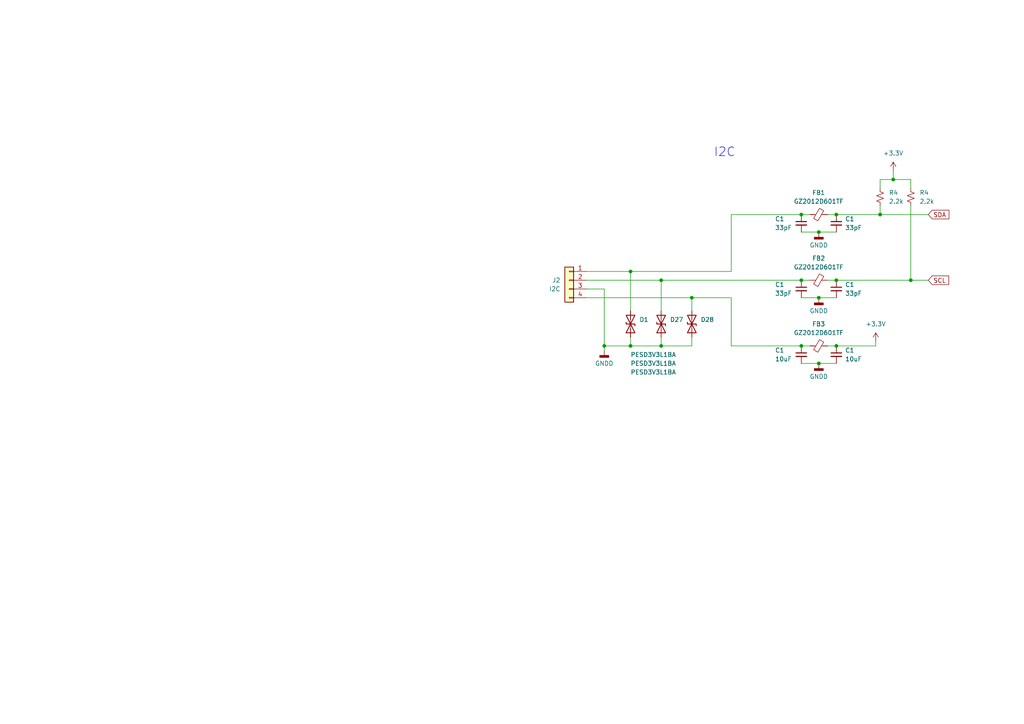
<source format=kicad_sch>
(kicad_sch (version 20230121) (generator eeschema)
  (paper "A4")
  (lib_symbols
    (symbol "Connector_Generic:Conn_01x04" (pin_names (offset 1.016) hide)
      (property "Reference" "J" (at 0 5.08 0))
      (property "Value" "Conn_01x04" (at 0 -7.62 0))
      (symbol "Conn_01x04_1_1"
        (rectangle (start -1.27 -4.953) (end 0 -5.207) (stroke (width 0.1524)))
        (rectangle (start -1.27 -2.413) (end 0 -2.667) (stroke (width 0.1524)))
        (rectangle (start -1.27 0.127) (end 0 -0.127) (stroke (width 0.1524)))
        (rectangle (start -1.27 2.667) (end 0 2.413) (stroke (width 0.1524)))
        (rectangle (start -1.27 3.81) (end 1.27 -6.35) (stroke (width 0.254)) (fill (type background)))
        (pin passive line (at -5.08 2.54 0) (length 3.81) (name "Pin_1") (number "1"))
        (pin passive line (at -5.08 0 0) (length 3.81) (name "Pin_2") (number "2"))
        (pin passive line (at -5.08 -2.54 0) (length 3.81) (name "Pin_3") (number "3"))
        (pin passive line (at -5.08 -5.08 0) (length 3.81) (name "Pin_4") (number "4"))
      )
    )
    (symbol "Device:C_Small" (pin_numbers hide) (pin_names (offset 0.254) hide)
      (property "Reference" "C" (at 0.254 1.778 0))
      (property "Value" "C_Small" (at 0.254 -2.032 0))
      (symbol "C_Small_0_1"
        (polyline (pts (xy -1.524 -0.508) (xy 1.524 -0.508)) (stroke (width 0.3302)))
        (polyline (pts (xy -1.524 0.508) (xy 1.524 0.508)) (stroke (width 0.3048)))
      )
      (symbol "C_Small_1_1"
        (pin passive line (at 0 2.54 270) (length 2.032) (name "~") (number "1"))
        (pin passive line (at 0 -2.54 90) (length 2.032) (name "~") (number "2"))
      )
    )
    (symbol "Device:D_TVS" (pin_numbers hide) (pin_names (offset 1.016) hide)
      (property "Reference" "D" (at 0 2.54 0))
      (property "Value" "D_TVS" (at 0 -2.54 0))
      (symbol "D_TVS_0_1"
        (polyline (pts (xy 1.27 0) (xy -1.27 0)))
        (polyline (pts (xy 0.508 1.27) (xy 0 1.27) (xy 0 -1.27) (xy -0.508 -1.27)) (stroke (width 0.254)))
        (polyline (pts (xy -2.54 1.27) (xy -2.54 -1.27) (xy 2.54 1.27) (xy 2.54 -1.27) (xy -2.54 1.27)) (stroke (width 0.254)))
      )
      (symbol "D_TVS_1_1"
        (pin passive line (at -3.81 0 0) (length 2.54) (name "A1") (number "1"))
        (pin passive line (at 3.81 0 180) (length 2.54) (name "A2") (number "2"))
      )
    )
    (symbol "Device:FerriteBead_Small" (pin_numbers hide) (pin_names (offset 0))
      (property "Reference" "FB" (at 1.905 1.27 0))
      (property "Value" "FerriteBead_Small" (at 1.905 -1.27 0))
      (symbol "FerriteBead_Small_0_1"
        (polyline (pts (xy 0 -1.27) (xy 0 -0.7874)))
        (polyline (pts (xy 0 0.889) (xy 0 1.2954)))
        (polyline (pts (xy -1.8288 0.2794) (xy -1.1176 1.4986) (xy 1.8288 -0.2032) (xy 1.1176 -1.4224) (xy -1.8288 0.2794)))
      )
      (symbol "FerriteBead_Small_1_1"
        (pin passive line (at 0 2.54 270) (length 1.27) (name "~") (number "1"))
        (pin passive line (at 0 -2.54 90) (length 1.27) (name "~") (number "2"))
      )
    )
    (symbol "Device:R_Small_US" (pin_numbers hide) (pin_names (offset 0.254) hide)
      (property "Reference" "R" (at 0.762 0.508 0))
      (property "Value" "R_Small_US" (at 0.762 -1.016 0))
      (symbol "R_Small_US_1_1"
        (polyline (pts (xy 0 0) (xy 1.016 -0.381) (xy 0 -0.762) (xy -1.016 -1.143) (xy 0 -1.524)))
        (polyline (pts (xy 0 1.524) (xy 1.016 1.143) (xy 0 0.762) (xy -1.016 0.381) (xy 0 0)))
        (pin passive line (at 0 2.54 270) (length 1.016) (name "~") (number "1"))
        (pin passive line (at 0 -2.54 90) (length 1.016) (name "~") (number "2"))
      )
    )
    (symbol "power:+3.3V" (power) (pin_names (offset 0))
      (property "Value" "+3.3V" (at 0 3.556 0))
      (symbol "+3.3V_0_1"
        (polyline (pts (xy -0.762 1.27) (xy 0 2.54)))
        (polyline (pts (xy 0 0) (xy 0 2.54)))
        (polyline (pts (xy 0 2.54) (xy 0.762 1.27)))
      )
      (symbol "+3.3V_1_1"
        (pin power_in line (at 0 0 90) (length 0) hide (name "+3.3V") (number "1"))
      )
    )
    (symbol "power:GNDD" (power) (pin_names (offset 0))
      (property "Value" "GNDD" (at 0 -3.175 0))
      (symbol "GNDD_0_1"
        (rectangle (start -1.27 -1.524) (end 1.27 -2.032) (stroke (width 0.254)) (fill (type outline)))
        (polyline (pts (xy 0 0) (xy 0 -1.524)))
      )
      (symbol "GNDD_1_1"
        (pin power_in line (at 0 0 270) (length 0) hide (name "GNDD") (number "1"))
      )
    )
  )
  (junction (at 237.49 67.31))
  (junction (at 264.16 81.28))
  (junction (at 242.57 62.23))
  (junction (at 182.88 100.33))
  (junction (at 237.49 105.41))
  (junction (at 237.49 86.36))
  (junction (at 242.57 100.33))
  (junction (at 200.66 86.36))
  (junction (at 255.27 62.23))
  (junction (at 242.57 81.28))
  (junction (at 232.41 62.23))
  (junction (at 191.77 100.33))
  (junction (at 191.77 81.28))
  (junction (at 175.26 100.33))
  (junction (at 232.41 81.28))
  (junction (at 182.88 78.74))
  (junction (at 259.08 52.07))
  (junction (at 232.41 100.33))
  (wire (pts (xy 191.77 81.28) (xy 232.41 81.28)))
  (wire (pts (xy 212.09 62.23) (xy 232.41 62.23)))
  (wire (pts (xy 232.41 62.23) (xy 234.95 62.23)))
  (wire (pts (xy 191.77 100.33) (xy 191.77 97.79)))
  (wire (pts (xy 232.41 81.28) (xy 234.95 81.28)))
  (wire (pts (xy 242.57 62.23) (xy 255.27 62.23)))
  (wire (pts (xy 259.08 49.53) (xy 259.08 52.07)))
  (wire (pts (xy 170.18 83.82) (xy 175.26 83.82)))
  (wire (pts (xy 242.57 100.33) (xy 254 100.33)))
  (wire (pts (xy 170.18 86.36) (xy 200.66 86.36)))
  (wire (pts (xy 240.03 81.28) (xy 242.57 81.28)))
  (wire (pts (xy 191.77 100.33) (xy 200.66 100.33)))
  (wire (pts (xy 212.09 86.36) (xy 212.09 100.33)))
  (wire (pts (xy 170.18 81.28) (xy 191.77 81.28)))
  (wire (pts (xy 237.49 105.41) (xy 242.57 105.41)))
  (wire (pts (xy 200.66 86.36) (xy 212.09 86.36)))
  (wire (pts (xy 255.27 52.07) (xy 255.27 54.61)))
  (wire (pts (xy 232.41 105.41) (xy 237.49 105.41)))
  (wire (pts (xy 255.27 59.69) (xy 255.27 62.23)))
  (wire (pts (xy 232.41 67.31) (xy 237.49 67.31)))
  (wire (pts (xy 182.88 100.33) (xy 191.77 100.33)))
  (wire (pts (xy 175.26 100.33) (xy 175.26 101.6)))
  (wire (pts (xy 191.77 81.28) (xy 191.77 90.17)))
  (wire (pts (xy 255.27 52.07) (xy 259.08 52.07)))
  (wire (pts (xy 242.57 81.28) (xy 264.16 81.28)))
  (wire (pts (xy 200.66 100.33) (xy 200.66 97.79)))
  (wire (pts (xy 240.03 62.23) (xy 242.57 62.23)))
  (wire (pts (xy 212.09 62.23) (xy 212.09 78.74)))
  (wire (pts (xy 240.03 100.33) (xy 242.57 100.33)))
  (wire (pts (xy 212.09 100.33) (xy 232.41 100.33)))
  (wire (pts (xy 182.88 78.74) (xy 182.88 90.17)))
  (wire (pts (xy 264.16 52.07) (xy 264.16 54.61)))
  (wire (pts (xy 182.88 100.33) (xy 182.88 97.79)))
  (wire (pts (xy 170.18 78.74) (xy 182.88 78.74)))
  (wire (pts (xy 264.16 59.69) (xy 264.16 81.28)))
  (wire (pts (xy 237.49 67.31) (xy 242.57 67.31)))
  (wire (pts (xy 254 100.33) (xy 254 99.06)))
  (wire (pts (xy 200.66 90.17) (xy 200.66 86.36)))
  (wire (pts (xy 237.49 86.36) (xy 242.57 86.36)))
  (wire (pts (xy 232.41 86.36) (xy 237.49 86.36)))
  (wire (pts (xy 255.27 62.23) (xy 269.24 62.23)))
  (wire (pts (xy 175.26 83.82) (xy 175.26 100.33)))
  (wire (pts (xy 264.16 52.07) (xy 259.08 52.07)))
  (wire (pts (xy 175.26 100.33) (xy 182.88 100.33)))
  (wire (pts (xy 264.16 81.28) (xy 269.24 81.28)))
  (wire (pts (xy 232.41 100.33) (xy 234.95 100.33)))
  (wire (pts (xy 212.09 78.74) (xy 182.88 78.74)))
  (text "I2C" (at 213.36 45.72 0) (effects (font (size 2.54 2.54)) (justify right bottom)))
  (global_label "SCL" (shape input) (at 269.24 81.28 0) (property "Intersheetrefs" "${INTERSHEET_REFS}" (effects hide)))
  (global_label "SDA" (shape input) (at 269.24 62.23 0) (property "Intersheetrefs" "${INTERSHEET_REFS}" (effects hide)))
  (symbol (lib_id "power:GNDD") (at 237.49 67.31 0) (mirror y) (unit 1)
    (property "Reference" "#PWR054" (effects hide))
    (property "Value" "GNDD" (at 237.49 71.12 0))
    (instances (project "rgb-input" (path "" (reference "#PWR054") (unit 1)) (path "" (reference "#PWR073") (unit 1))))
  )
  (symbol (lib_id "Device:C_Small") (at 242.57 64.77 0) (unit 1)
    (property "Reference" "C1" (at 245.11 63.5063 0) (effects (justify left)))
    (property "Value" "33pF" (at 245.11 66.0463 0) (effects (justify left)))
    (property "Footprint" "Capacitor_SMD:C_0805_2012Metric_Pad1.18x1.45mm_HandSolder" (effects hide))
    (instances (project "rgb-input" (path "" (reference "C1") (unit 1)) (path "" (reference "C32") (unit 1))))
  )
  (symbol (lib_id "Device:C_Small") (at 242.57 102.87 0) (unit 1)
    (property "Reference" "C1" (at 245.11 101.6063 0) (effects (justify left)))
    (property "Value" "10uF" (at 245.11 104.1463 0) (effects (justify left)))
    (property "Footprint" "Capacitor_SMD:C_0805_2012Metric_Pad1.18x1.45mm_HandSolder" (effects hide))
    (property "Vendor" "08053C104KAT4A" (effects hide))
    (instances (project "rgb-input" (path "" (reference "C1") (unit 1)) (path "" (reference "C36") (unit 1))))
  )
  (symbol (lib_id "Device:D_TVS") (at 200.66 93.98 90) (unit 1)
    (property "Reference" "D28" (at 203.2 92.71 90) (effects (justify right)))
    (property "Value" "PESD3V3L1BA" (at 182.88 107.95 90) (effects (justify right)))
    (property "Footprint" "Diode_SMD:D_SOD-323_HandSoldering" (effects hide))
  )
  (symbol (lib_id "Device:D_TVS") (at 182.88 93.98 90) (unit 1)
    (property "Reference" "D1" (at 185.42 92.71 90) (effects (justify right)))
    (property "Value" "PESD3V3L1BA" (at 182.88 102.87 90) (effects (justify right)))
    (property "Footprint" "Diode_SMD:D_SOD-323_HandSoldering" (effects hide))
  )
  (symbol (lib_id "Device:C_Small") (at 242.57 83.82 0) (unit 1)
    (property "Reference" "C1" (at 245.11 82.5563 0) (effects (justify left)))
    (property "Value" "33pF" (at 245.11 85.0963 0) (effects (justify left)))
    (property "Footprint" "Capacitor_SMD:C_0805_2012Metric_Pad1.18x1.45mm_HandSolder" (effects hide))
    (property "Vendor" "08053C104KAT4A" (effects hide))
    (instances (project "rgb-input" (path "" (reference "C1") (unit 1)) (path "" (reference "C34") (unit 1))))
  )
  (symbol (lib_id "Device:FerriteBead_Small") (at 237.49 62.23 90) (unit 1)
    (property "Reference" "FB1" (at 237.4519 55.88 90))
    (property "Value" "GZ2012D601TF" (at 237.4519 58.42 90))
    (property "Footprint" "Inductor_SMD:L_0805_2012Metric" (effects hide))
  )
  (symbol (lib_id "power:+3.3V") (at 259.08 49.53 0) (mirror y) (unit 1)
    (property "Reference" "#PWR060" (effects hide))
    (property "Value" "+3.3V" (at 259.08 44.45 0))
    (instances (project "rgb-input" (path "" (reference "#PWR060") (unit 1)) (path "" (reference "#PWR054") (unit 1))))
  )
  (symbol (lib_id "power:GNDD") (at 237.49 105.41 0) (mirror y) (unit 1)
    (property "Reference" "#PWR054" (effects hide))
    (property "Value" "GNDD" (at 237.49 109.22 0))
    (instances (project "rgb-input" (path "" (reference "#PWR054") (unit 1)) (path "" (reference "#PWR075") (unit 1))))
  )
  (symbol (lib_id "Connector_Generic:Conn_01x04") (at 165.1 81.28 0) (mirror y) (unit 1)
    (property "Reference" "J2" (at 162.56 81.28 0) (effects (justify left)))
    (property "Value" "I2C" (at 162.56 83.82 0) (effects (justify left)))
    (property "Footprint" "Connector_PinHeader_2.54mm:PinHeader_1x04_P2.54mm_Vertical" (effects hide))
    (instances (project "rgb-input" (path "" (reference "J2") (unit 1)) (path "" (reference "J13") (unit 1))))
  )
  (symbol (lib_id "Device:FerriteBead_Small") (at 237.49 81.28 90) (unit 1)
    (property "Reference" "FB2" (at 237.4519 74.93 90))
    (property "Value" "GZ2012D601TF" (at 237.4519 77.47 90))
    (property "Footprint" "Inductor_SMD:L_0805_2012Metric" (effects hide))
  )
  (symbol (lib_id "power:+3.3V") (at 254 99.06 0) (mirror y) (unit 1)
    (property "Reference" "#PWR060" (effects hide))
    (property "Value" "+3.3V" (at 254 93.98 0))
    (instances (project "rgb-input" (path "" (reference "#PWR060") (unit 1)) (path "" (reference "#PWR076") (unit 1))))
  )
  (symbol (lib_id "Device:R_Small_US") (at 264.16 57.15 180) (unit 1)
    (property "Reference" "R4" (at 266.7 55.88 0) (effects (justify right)))
    (property "Value" "2.2k" (at 266.7 58.42 0) (effects (justify right)))
    (property "Footprint" "Resistor_SMD:R_0805_2012Metric_Pad1.20x1.40mm_HandSolder" (effects hide))
    (instances (project "rgb-input" (path "" (reference "R4") (unit 1)) (path "" (reference "R42") (unit 1))))
  )
  (symbol (lib_id "power:GNDD") (at 237.49 86.36 0) (mirror y) (unit 1)
    (property "Reference" "#PWR054" (effects hide))
    (property "Value" "GNDD" (at 237.49 90.17 0))
    (instances (project "rgb-input" (path "" (reference "#PWR054") (unit 1)) (path "" (reference "#PWR074") (unit 1))))
  )
  (symbol (lib_id "power:GNDD") (at 175.26 101.6 0) (mirror y) (unit 1)
    (property "Reference" "#PWR054" (effects hide))
    (property "Value" "GNDD" (at 175.26 105.41 0))
    (instances (project "rgb-input" (path "" (reference "#PWR054") (unit 1)) (path "" (reference "#PWR061") (unit 1))))
  )
  (symbol (lib_id "Device:R_Small_US") (at 255.27 57.15 180) (unit 1)
    (property "Reference" "R4" (at 257.81 55.88 0) (effects (justify right)))
    (property "Value" "2.2k" (at 257.81 58.42 0) (effects (justify right)))
    (property "Footprint" "Resistor_SMD:R_0805_2012Metric_Pad1.20x1.40mm_HandSolder" (effects hide))
    (instances (project "rgb-input" (path "" (reference "R4") (unit 1)) (path "" (reference "R40") (unit 1))))
  )
  (symbol (lib_id "Device:FerriteBead_Small") (at 237.49 100.33 90) (unit 1)
    (property "Reference" "FB3" (at 237.4519 93.98 90))
    (property "Value" "GZ2012D601TF" (at 237.4519 96.52 90))
    (property "Footprint" "Inductor_SMD:L_0805_2012Metric" (effects hide))
  )
  (symbol (lib_id "Device:C_Small") (at 232.41 64.77 0) (unit 1)
    (property "Reference" "C1" (at 224.79 63.5 0) (effects (justify left)))
    (property "Value" "33pF" (at 224.79 66.04 0) (effects (justify left)))
    (property "Footprint" "Capacitor_SMD:C_0805_2012Metric_Pad1.18x1.45mm_HandSolder" (effects hide))
    (instances (project "rgb-input" (path "" (reference "C1") (unit 1)) (path "" (reference "C31") (unit 1))))
  )
  (symbol (lib_id "Device:D_TVS") (at 191.77 93.98 90) (unit 1)
    (property "Reference" "D27" (at 194.31 92.71 90) (effects (justify right)))
    (property "Value" "PESD3V3L1BA" (at 182.88 105.41 90) (effects (justify right)))
    (property "Footprint" "Diode_SMD:D_SOD-323_HandSoldering" (effects hide))
  )
  (symbol (lib_id "Device:C_Small") (at 232.41 102.87 0) (unit 1)
    (property "Reference" "C1" (at 224.79 101.6 0) (effects (justify left)))
    (property "Value" "10uF" (at 224.79 104.14 0) (effects (justify left)))
    (property "Footprint" "Capacitor_SMD:C_0805_2012Metric_Pad1.18x1.45mm_HandSolder" (effects hide))
    (property "Vendor" "08053C104KAT4A" (effects hide))
    (instances (project "rgb-input" (path "" (reference "C1") (unit 1)) (path "" (reference "C35") (unit 1))))
  )
  (symbol (lib_id "Device:C_Small") (at 232.41 83.82 0) (unit 1)
    (property "Reference" "C1" (at 224.79 82.55 0) (effects (justify left)))
    (property "Value" "33pF" (at 224.79 85.09 0) (effects (justify left)))
    (property "Footprint" "Capacitor_SMD:C_0805_2012Metric_Pad1.18x1.45mm_HandSolder" (effects hide))
    (property "Vendor" "08053C104KAT4A" (effects hide))
    (instances (project "rgb-input" (path "" (reference "C1") (unit 1)) (path "" (reference "C33") (unit 1))))
  )
)
</source>
